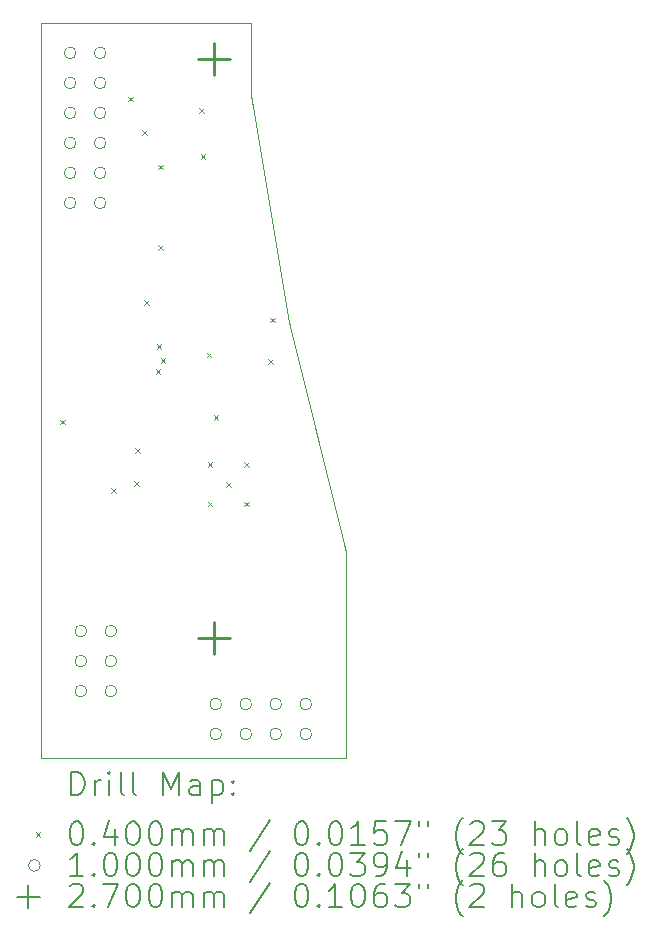
<source format=gbr>
%TF.GenerationSoftware,KiCad,Pcbnew,8.0.6*%
%TF.CreationDate,2025-02-12T14:43:38-05:00*%
%TF.ProjectId,PwrModule,5077724d-6f64-4756-9c65-2e6b69636164,rev?*%
%TF.SameCoordinates,Original*%
%TF.FileFunction,Drillmap*%
%TF.FilePolarity,Positive*%
%FSLAX45Y45*%
G04 Gerber Fmt 4.5, Leading zero omitted, Abs format (unit mm)*
G04 Created by KiCad (PCBNEW 8.0.6) date 2025-02-12 14:43:38*
%MOMM*%
%LPD*%
G01*
G04 APERTURE LIST*
%ADD10C,0.100000*%
%ADD11C,0.200000*%
%ADD12C,0.270000*%
G04 APERTURE END LIST*
D10*
X10160000Y-10267500D02*
X10157500Y-4040000D01*
X11937500Y-4042500D02*
X11937500Y-4657500D01*
X11937500Y-4042500D02*
X10157500Y-4040000D01*
X12745000Y-8522500D02*
X12742500Y-10267500D01*
X11937500Y-4657500D02*
X12255000Y-6572500D01*
X12255000Y-6572500D02*
X12745000Y-8522500D01*
X12742500Y-10267500D02*
X10160000Y-10267500D01*
D11*
D10*
X10322500Y-7403000D02*
X10362500Y-7443000D01*
X10362500Y-7403000D02*
X10322500Y-7443000D01*
X10755000Y-7980000D02*
X10795000Y-8020000D01*
X10795000Y-7980000D02*
X10755000Y-8020000D01*
X10897000Y-4667000D02*
X10937000Y-4707000D01*
X10937000Y-4667000D02*
X10897000Y-4707000D01*
X10945000Y-7925000D02*
X10985000Y-7965000D01*
X10985000Y-7925000D02*
X10945000Y-7965000D01*
X10954000Y-7645000D02*
X10994000Y-7685000D01*
X10994000Y-7645000D02*
X10954000Y-7685000D01*
X11013000Y-4954000D02*
X11053000Y-4994000D01*
X11053000Y-4954000D02*
X11013000Y-4994000D01*
X11029000Y-6388000D02*
X11069000Y-6428000D01*
X11069000Y-6388000D02*
X11029000Y-6428000D01*
X11129000Y-6973000D02*
X11169000Y-7013000D01*
X11169000Y-6973000D02*
X11129000Y-7013000D01*
X11137000Y-6765000D02*
X11177000Y-6805000D01*
X11177000Y-6765000D02*
X11137000Y-6805000D01*
X11148000Y-5243000D02*
X11188000Y-5283000D01*
X11188000Y-5243000D02*
X11148000Y-5283000D01*
X11152000Y-5925000D02*
X11192000Y-5965000D01*
X11192000Y-5925000D02*
X11152000Y-5965000D01*
X11172000Y-6882717D02*
X11212000Y-6922717D01*
X11212000Y-6882717D02*
X11172000Y-6922717D01*
X11498000Y-4766000D02*
X11538000Y-4806000D01*
X11538000Y-4766000D02*
X11498000Y-4806000D01*
X11509000Y-5154000D02*
X11549000Y-5194000D01*
X11549000Y-5154000D02*
X11509000Y-5194000D01*
X11561000Y-6834000D02*
X11601000Y-6874000D01*
X11601000Y-6834000D02*
X11561000Y-6874000D01*
X11570500Y-7761500D02*
X11610500Y-7801500D01*
X11610500Y-7761500D02*
X11570500Y-7801500D01*
X11570500Y-8096500D02*
X11610500Y-8136500D01*
X11610500Y-8096500D02*
X11570500Y-8136500D01*
X11620000Y-7365000D02*
X11660000Y-7405000D01*
X11660000Y-7365000D02*
X11620000Y-7405000D01*
X11723000Y-7929000D02*
X11763000Y-7969000D01*
X11763000Y-7929000D02*
X11723000Y-7969000D01*
X11875500Y-7761500D02*
X11915500Y-7801500D01*
X11915500Y-7761500D02*
X11875500Y-7801500D01*
X11875500Y-8096500D02*
X11915500Y-8136500D01*
X11915500Y-8096500D02*
X11875500Y-8136500D01*
X12080000Y-6890000D02*
X12120000Y-6930000D01*
X12120000Y-6890000D02*
X12080000Y-6930000D01*
X12097000Y-6539000D02*
X12137000Y-6579000D01*
X12137000Y-6539000D02*
X12097000Y-6579000D01*
X10455000Y-4297500D02*
G75*
G02*
X10355000Y-4297500I-50000J0D01*
G01*
X10355000Y-4297500D02*
G75*
G02*
X10455000Y-4297500I50000J0D01*
G01*
X10455000Y-4551500D02*
G75*
G02*
X10355000Y-4551500I-50000J0D01*
G01*
X10355000Y-4551500D02*
G75*
G02*
X10455000Y-4551500I50000J0D01*
G01*
X10455000Y-4805500D02*
G75*
G02*
X10355000Y-4805500I-50000J0D01*
G01*
X10355000Y-4805500D02*
G75*
G02*
X10455000Y-4805500I50000J0D01*
G01*
X10455000Y-5059500D02*
G75*
G02*
X10355000Y-5059500I-50000J0D01*
G01*
X10355000Y-5059500D02*
G75*
G02*
X10455000Y-5059500I50000J0D01*
G01*
X10455000Y-5313500D02*
G75*
G02*
X10355000Y-5313500I-50000J0D01*
G01*
X10355000Y-5313500D02*
G75*
G02*
X10455000Y-5313500I50000J0D01*
G01*
X10455000Y-5567500D02*
G75*
G02*
X10355000Y-5567500I-50000J0D01*
G01*
X10355000Y-5567500D02*
G75*
G02*
X10455000Y-5567500I50000J0D01*
G01*
X10546000Y-9192000D02*
G75*
G02*
X10446000Y-9192000I-50000J0D01*
G01*
X10446000Y-9192000D02*
G75*
G02*
X10546000Y-9192000I50000J0D01*
G01*
X10546000Y-9446000D02*
G75*
G02*
X10446000Y-9446000I-50000J0D01*
G01*
X10446000Y-9446000D02*
G75*
G02*
X10546000Y-9446000I50000J0D01*
G01*
X10546000Y-9700000D02*
G75*
G02*
X10446000Y-9700000I-50000J0D01*
G01*
X10446000Y-9700000D02*
G75*
G02*
X10546000Y-9700000I50000J0D01*
G01*
X10709000Y-4297500D02*
G75*
G02*
X10609000Y-4297500I-50000J0D01*
G01*
X10609000Y-4297500D02*
G75*
G02*
X10709000Y-4297500I50000J0D01*
G01*
X10709000Y-4551500D02*
G75*
G02*
X10609000Y-4551500I-50000J0D01*
G01*
X10609000Y-4551500D02*
G75*
G02*
X10709000Y-4551500I50000J0D01*
G01*
X10709000Y-4805500D02*
G75*
G02*
X10609000Y-4805500I-50000J0D01*
G01*
X10609000Y-4805500D02*
G75*
G02*
X10709000Y-4805500I50000J0D01*
G01*
X10709000Y-5059500D02*
G75*
G02*
X10609000Y-5059500I-50000J0D01*
G01*
X10609000Y-5059500D02*
G75*
G02*
X10709000Y-5059500I50000J0D01*
G01*
X10709000Y-5313500D02*
G75*
G02*
X10609000Y-5313500I-50000J0D01*
G01*
X10609000Y-5313500D02*
G75*
G02*
X10709000Y-5313500I50000J0D01*
G01*
X10709000Y-5567500D02*
G75*
G02*
X10609000Y-5567500I-50000J0D01*
G01*
X10609000Y-5567500D02*
G75*
G02*
X10709000Y-5567500I50000J0D01*
G01*
X10800000Y-9192000D02*
G75*
G02*
X10700000Y-9192000I-50000J0D01*
G01*
X10700000Y-9192000D02*
G75*
G02*
X10800000Y-9192000I50000J0D01*
G01*
X10800000Y-9446000D02*
G75*
G02*
X10700000Y-9446000I-50000J0D01*
G01*
X10700000Y-9446000D02*
G75*
G02*
X10800000Y-9446000I50000J0D01*
G01*
X10800000Y-9700000D02*
G75*
G02*
X10700000Y-9700000I-50000J0D01*
G01*
X10700000Y-9700000D02*
G75*
G02*
X10800000Y-9700000I50000J0D01*
G01*
X11688000Y-9810000D02*
G75*
G02*
X11588000Y-9810000I-50000J0D01*
G01*
X11588000Y-9810000D02*
G75*
G02*
X11688000Y-9810000I50000J0D01*
G01*
X11688000Y-10064000D02*
G75*
G02*
X11588000Y-10064000I-50000J0D01*
G01*
X11588000Y-10064000D02*
G75*
G02*
X11688000Y-10064000I50000J0D01*
G01*
X11942000Y-9810000D02*
G75*
G02*
X11842000Y-9810000I-50000J0D01*
G01*
X11842000Y-9810000D02*
G75*
G02*
X11942000Y-9810000I50000J0D01*
G01*
X11942000Y-10064000D02*
G75*
G02*
X11842000Y-10064000I-50000J0D01*
G01*
X11842000Y-10064000D02*
G75*
G02*
X11942000Y-10064000I50000J0D01*
G01*
X12196000Y-9810000D02*
G75*
G02*
X12096000Y-9810000I-50000J0D01*
G01*
X12096000Y-9810000D02*
G75*
G02*
X12196000Y-9810000I50000J0D01*
G01*
X12196000Y-10064000D02*
G75*
G02*
X12096000Y-10064000I-50000J0D01*
G01*
X12096000Y-10064000D02*
G75*
G02*
X12196000Y-10064000I50000J0D01*
G01*
X12450000Y-9810000D02*
G75*
G02*
X12350000Y-9810000I-50000J0D01*
G01*
X12350000Y-9810000D02*
G75*
G02*
X12450000Y-9810000I50000J0D01*
G01*
X12450000Y-10064000D02*
G75*
G02*
X12350000Y-10064000I-50000J0D01*
G01*
X12350000Y-10064000D02*
G75*
G02*
X12450000Y-10064000I50000J0D01*
G01*
D12*
X11620000Y-4213000D02*
X11620000Y-4483000D01*
X11485000Y-4348000D02*
X11755000Y-4348000D01*
X11620000Y-9113000D02*
X11620000Y-9383000D01*
X11485000Y-9248000D02*
X11755000Y-9248000D01*
D11*
X10413277Y-10583984D02*
X10413277Y-10383984D01*
X10413277Y-10383984D02*
X10460896Y-10383984D01*
X10460896Y-10383984D02*
X10489467Y-10393508D01*
X10489467Y-10393508D02*
X10508515Y-10412555D01*
X10508515Y-10412555D02*
X10518039Y-10431603D01*
X10518039Y-10431603D02*
X10527563Y-10469698D01*
X10527563Y-10469698D02*
X10527563Y-10498270D01*
X10527563Y-10498270D02*
X10518039Y-10536365D01*
X10518039Y-10536365D02*
X10508515Y-10555412D01*
X10508515Y-10555412D02*
X10489467Y-10574460D01*
X10489467Y-10574460D02*
X10460896Y-10583984D01*
X10460896Y-10583984D02*
X10413277Y-10583984D01*
X10613277Y-10583984D02*
X10613277Y-10450650D01*
X10613277Y-10488746D02*
X10622801Y-10469698D01*
X10622801Y-10469698D02*
X10632324Y-10460174D01*
X10632324Y-10460174D02*
X10651372Y-10450650D01*
X10651372Y-10450650D02*
X10670420Y-10450650D01*
X10737086Y-10583984D02*
X10737086Y-10450650D01*
X10737086Y-10383984D02*
X10727563Y-10393508D01*
X10727563Y-10393508D02*
X10737086Y-10403031D01*
X10737086Y-10403031D02*
X10746610Y-10393508D01*
X10746610Y-10393508D02*
X10737086Y-10383984D01*
X10737086Y-10383984D02*
X10737086Y-10403031D01*
X10860896Y-10583984D02*
X10841848Y-10574460D01*
X10841848Y-10574460D02*
X10832324Y-10555412D01*
X10832324Y-10555412D02*
X10832324Y-10383984D01*
X10965658Y-10583984D02*
X10946610Y-10574460D01*
X10946610Y-10574460D02*
X10937086Y-10555412D01*
X10937086Y-10555412D02*
X10937086Y-10383984D01*
X11194229Y-10583984D02*
X11194229Y-10383984D01*
X11194229Y-10383984D02*
X11260896Y-10526841D01*
X11260896Y-10526841D02*
X11327562Y-10383984D01*
X11327562Y-10383984D02*
X11327562Y-10583984D01*
X11508515Y-10583984D02*
X11508515Y-10479222D01*
X11508515Y-10479222D02*
X11498991Y-10460174D01*
X11498991Y-10460174D02*
X11479943Y-10450650D01*
X11479943Y-10450650D02*
X11441848Y-10450650D01*
X11441848Y-10450650D02*
X11422801Y-10460174D01*
X11508515Y-10574460D02*
X11489467Y-10583984D01*
X11489467Y-10583984D02*
X11441848Y-10583984D01*
X11441848Y-10583984D02*
X11422801Y-10574460D01*
X11422801Y-10574460D02*
X11413277Y-10555412D01*
X11413277Y-10555412D02*
X11413277Y-10536365D01*
X11413277Y-10536365D02*
X11422801Y-10517317D01*
X11422801Y-10517317D02*
X11441848Y-10507793D01*
X11441848Y-10507793D02*
X11489467Y-10507793D01*
X11489467Y-10507793D02*
X11508515Y-10498270D01*
X11603753Y-10450650D02*
X11603753Y-10650650D01*
X11603753Y-10460174D02*
X11622801Y-10450650D01*
X11622801Y-10450650D02*
X11660896Y-10450650D01*
X11660896Y-10450650D02*
X11679943Y-10460174D01*
X11679943Y-10460174D02*
X11689467Y-10469698D01*
X11689467Y-10469698D02*
X11698991Y-10488746D01*
X11698991Y-10488746D02*
X11698991Y-10545889D01*
X11698991Y-10545889D02*
X11689467Y-10564936D01*
X11689467Y-10564936D02*
X11679943Y-10574460D01*
X11679943Y-10574460D02*
X11660896Y-10583984D01*
X11660896Y-10583984D02*
X11622801Y-10583984D01*
X11622801Y-10583984D02*
X11603753Y-10574460D01*
X11784705Y-10564936D02*
X11794229Y-10574460D01*
X11794229Y-10574460D02*
X11784705Y-10583984D01*
X11784705Y-10583984D02*
X11775182Y-10574460D01*
X11775182Y-10574460D02*
X11784705Y-10564936D01*
X11784705Y-10564936D02*
X11784705Y-10583984D01*
X11784705Y-10460174D02*
X11794229Y-10469698D01*
X11794229Y-10469698D02*
X11784705Y-10479222D01*
X11784705Y-10479222D02*
X11775182Y-10469698D01*
X11775182Y-10469698D02*
X11784705Y-10460174D01*
X11784705Y-10460174D02*
X11784705Y-10479222D01*
D10*
X10112500Y-10892500D02*
X10152500Y-10932500D01*
X10152500Y-10892500D02*
X10112500Y-10932500D01*
D11*
X10451372Y-10803984D02*
X10470420Y-10803984D01*
X10470420Y-10803984D02*
X10489467Y-10813508D01*
X10489467Y-10813508D02*
X10498991Y-10823031D01*
X10498991Y-10823031D02*
X10508515Y-10842079D01*
X10508515Y-10842079D02*
X10518039Y-10880174D01*
X10518039Y-10880174D02*
X10518039Y-10927793D01*
X10518039Y-10927793D02*
X10508515Y-10965889D01*
X10508515Y-10965889D02*
X10498991Y-10984936D01*
X10498991Y-10984936D02*
X10489467Y-10994460D01*
X10489467Y-10994460D02*
X10470420Y-11003984D01*
X10470420Y-11003984D02*
X10451372Y-11003984D01*
X10451372Y-11003984D02*
X10432324Y-10994460D01*
X10432324Y-10994460D02*
X10422801Y-10984936D01*
X10422801Y-10984936D02*
X10413277Y-10965889D01*
X10413277Y-10965889D02*
X10403753Y-10927793D01*
X10403753Y-10927793D02*
X10403753Y-10880174D01*
X10403753Y-10880174D02*
X10413277Y-10842079D01*
X10413277Y-10842079D02*
X10422801Y-10823031D01*
X10422801Y-10823031D02*
X10432324Y-10813508D01*
X10432324Y-10813508D02*
X10451372Y-10803984D01*
X10603753Y-10984936D02*
X10613277Y-10994460D01*
X10613277Y-10994460D02*
X10603753Y-11003984D01*
X10603753Y-11003984D02*
X10594229Y-10994460D01*
X10594229Y-10994460D02*
X10603753Y-10984936D01*
X10603753Y-10984936D02*
X10603753Y-11003984D01*
X10784705Y-10870650D02*
X10784705Y-11003984D01*
X10737086Y-10794460D02*
X10689467Y-10937317D01*
X10689467Y-10937317D02*
X10813277Y-10937317D01*
X10927563Y-10803984D02*
X10946610Y-10803984D01*
X10946610Y-10803984D02*
X10965658Y-10813508D01*
X10965658Y-10813508D02*
X10975182Y-10823031D01*
X10975182Y-10823031D02*
X10984705Y-10842079D01*
X10984705Y-10842079D02*
X10994229Y-10880174D01*
X10994229Y-10880174D02*
X10994229Y-10927793D01*
X10994229Y-10927793D02*
X10984705Y-10965889D01*
X10984705Y-10965889D02*
X10975182Y-10984936D01*
X10975182Y-10984936D02*
X10965658Y-10994460D01*
X10965658Y-10994460D02*
X10946610Y-11003984D01*
X10946610Y-11003984D02*
X10927563Y-11003984D01*
X10927563Y-11003984D02*
X10908515Y-10994460D01*
X10908515Y-10994460D02*
X10898991Y-10984936D01*
X10898991Y-10984936D02*
X10889467Y-10965889D01*
X10889467Y-10965889D02*
X10879944Y-10927793D01*
X10879944Y-10927793D02*
X10879944Y-10880174D01*
X10879944Y-10880174D02*
X10889467Y-10842079D01*
X10889467Y-10842079D02*
X10898991Y-10823031D01*
X10898991Y-10823031D02*
X10908515Y-10813508D01*
X10908515Y-10813508D02*
X10927563Y-10803984D01*
X11118039Y-10803984D02*
X11137086Y-10803984D01*
X11137086Y-10803984D02*
X11156134Y-10813508D01*
X11156134Y-10813508D02*
X11165658Y-10823031D01*
X11165658Y-10823031D02*
X11175182Y-10842079D01*
X11175182Y-10842079D02*
X11184705Y-10880174D01*
X11184705Y-10880174D02*
X11184705Y-10927793D01*
X11184705Y-10927793D02*
X11175182Y-10965889D01*
X11175182Y-10965889D02*
X11165658Y-10984936D01*
X11165658Y-10984936D02*
X11156134Y-10994460D01*
X11156134Y-10994460D02*
X11137086Y-11003984D01*
X11137086Y-11003984D02*
X11118039Y-11003984D01*
X11118039Y-11003984D02*
X11098991Y-10994460D01*
X11098991Y-10994460D02*
X11089467Y-10984936D01*
X11089467Y-10984936D02*
X11079944Y-10965889D01*
X11079944Y-10965889D02*
X11070420Y-10927793D01*
X11070420Y-10927793D02*
X11070420Y-10880174D01*
X11070420Y-10880174D02*
X11079944Y-10842079D01*
X11079944Y-10842079D02*
X11089467Y-10823031D01*
X11089467Y-10823031D02*
X11098991Y-10813508D01*
X11098991Y-10813508D02*
X11118039Y-10803984D01*
X11270420Y-11003984D02*
X11270420Y-10870650D01*
X11270420Y-10889698D02*
X11279943Y-10880174D01*
X11279943Y-10880174D02*
X11298991Y-10870650D01*
X11298991Y-10870650D02*
X11327563Y-10870650D01*
X11327563Y-10870650D02*
X11346610Y-10880174D01*
X11346610Y-10880174D02*
X11356134Y-10899222D01*
X11356134Y-10899222D02*
X11356134Y-11003984D01*
X11356134Y-10899222D02*
X11365658Y-10880174D01*
X11365658Y-10880174D02*
X11384705Y-10870650D01*
X11384705Y-10870650D02*
X11413277Y-10870650D01*
X11413277Y-10870650D02*
X11432324Y-10880174D01*
X11432324Y-10880174D02*
X11441848Y-10899222D01*
X11441848Y-10899222D02*
X11441848Y-11003984D01*
X11537086Y-11003984D02*
X11537086Y-10870650D01*
X11537086Y-10889698D02*
X11546610Y-10880174D01*
X11546610Y-10880174D02*
X11565658Y-10870650D01*
X11565658Y-10870650D02*
X11594229Y-10870650D01*
X11594229Y-10870650D02*
X11613277Y-10880174D01*
X11613277Y-10880174D02*
X11622801Y-10899222D01*
X11622801Y-10899222D02*
X11622801Y-11003984D01*
X11622801Y-10899222D02*
X11632324Y-10880174D01*
X11632324Y-10880174D02*
X11651372Y-10870650D01*
X11651372Y-10870650D02*
X11679943Y-10870650D01*
X11679943Y-10870650D02*
X11698991Y-10880174D01*
X11698991Y-10880174D02*
X11708515Y-10899222D01*
X11708515Y-10899222D02*
X11708515Y-11003984D01*
X12098991Y-10794460D02*
X11927563Y-11051603D01*
X12356134Y-10803984D02*
X12375182Y-10803984D01*
X12375182Y-10803984D02*
X12394229Y-10813508D01*
X12394229Y-10813508D02*
X12403753Y-10823031D01*
X12403753Y-10823031D02*
X12413277Y-10842079D01*
X12413277Y-10842079D02*
X12422801Y-10880174D01*
X12422801Y-10880174D02*
X12422801Y-10927793D01*
X12422801Y-10927793D02*
X12413277Y-10965889D01*
X12413277Y-10965889D02*
X12403753Y-10984936D01*
X12403753Y-10984936D02*
X12394229Y-10994460D01*
X12394229Y-10994460D02*
X12375182Y-11003984D01*
X12375182Y-11003984D02*
X12356134Y-11003984D01*
X12356134Y-11003984D02*
X12337086Y-10994460D01*
X12337086Y-10994460D02*
X12327563Y-10984936D01*
X12327563Y-10984936D02*
X12318039Y-10965889D01*
X12318039Y-10965889D02*
X12308515Y-10927793D01*
X12308515Y-10927793D02*
X12308515Y-10880174D01*
X12308515Y-10880174D02*
X12318039Y-10842079D01*
X12318039Y-10842079D02*
X12327563Y-10823031D01*
X12327563Y-10823031D02*
X12337086Y-10813508D01*
X12337086Y-10813508D02*
X12356134Y-10803984D01*
X12508515Y-10984936D02*
X12518039Y-10994460D01*
X12518039Y-10994460D02*
X12508515Y-11003984D01*
X12508515Y-11003984D02*
X12498991Y-10994460D01*
X12498991Y-10994460D02*
X12508515Y-10984936D01*
X12508515Y-10984936D02*
X12508515Y-11003984D01*
X12641848Y-10803984D02*
X12660896Y-10803984D01*
X12660896Y-10803984D02*
X12679944Y-10813508D01*
X12679944Y-10813508D02*
X12689467Y-10823031D01*
X12689467Y-10823031D02*
X12698991Y-10842079D01*
X12698991Y-10842079D02*
X12708515Y-10880174D01*
X12708515Y-10880174D02*
X12708515Y-10927793D01*
X12708515Y-10927793D02*
X12698991Y-10965889D01*
X12698991Y-10965889D02*
X12689467Y-10984936D01*
X12689467Y-10984936D02*
X12679944Y-10994460D01*
X12679944Y-10994460D02*
X12660896Y-11003984D01*
X12660896Y-11003984D02*
X12641848Y-11003984D01*
X12641848Y-11003984D02*
X12622801Y-10994460D01*
X12622801Y-10994460D02*
X12613277Y-10984936D01*
X12613277Y-10984936D02*
X12603753Y-10965889D01*
X12603753Y-10965889D02*
X12594229Y-10927793D01*
X12594229Y-10927793D02*
X12594229Y-10880174D01*
X12594229Y-10880174D02*
X12603753Y-10842079D01*
X12603753Y-10842079D02*
X12613277Y-10823031D01*
X12613277Y-10823031D02*
X12622801Y-10813508D01*
X12622801Y-10813508D02*
X12641848Y-10803984D01*
X12898991Y-11003984D02*
X12784706Y-11003984D01*
X12841848Y-11003984D02*
X12841848Y-10803984D01*
X12841848Y-10803984D02*
X12822801Y-10832555D01*
X12822801Y-10832555D02*
X12803753Y-10851603D01*
X12803753Y-10851603D02*
X12784706Y-10861127D01*
X13079944Y-10803984D02*
X12984706Y-10803984D01*
X12984706Y-10803984D02*
X12975182Y-10899222D01*
X12975182Y-10899222D02*
X12984706Y-10889698D01*
X12984706Y-10889698D02*
X13003753Y-10880174D01*
X13003753Y-10880174D02*
X13051372Y-10880174D01*
X13051372Y-10880174D02*
X13070420Y-10889698D01*
X13070420Y-10889698D02*
X13079944Y-10899222D01*
X13079944Y-10899222D02*
X13089467Y-10918270D01*
X13089467Y-10918270D02*
X13089467Y-10965889D01*
X13089467Y-10965889D02*
X13079944Y-10984936D01*
X13079944Y-10984936D02*
X13070420Y-10994460D01*
X13070420Y-10994460D02*
X13051372Y-11003984D01*
X13051372Y-11003984D02*
X13003753Y-11003984D01*
X13003753Y-11003984D02*
X12984706Y-10994460D01*
X12984706Y-10994460D02*
X12975182Y-10984936D01*
X13156134Y-10803984D02*
X13289467Y-10803984D01*
X13289467Y-10803984D02*
X13203753Y-11003984D01*
X13356134Y-10803984D02*
X13356134Y-10842079D01*
X13432325Y-10803984D02*
X13432325Y-10842079D01*
X13727563Y-11080174D02*
X13718039Y-11070650D01*
X13718039Y-11070650D02*
X13698991Y-11042079D01*
X13698991Y-11042079D02*
X13689468Y-11023031D01*
X13689468Y-11023031D02*
X13679944Y-10994460D01*
X13679944Y-10994460D02*
X13670420Y-10946841D01*
X13670420Y-10946841D02*
X13670420Y-10908746D01*
X13670420Y-10908746D02*
X13679944Y-10861127D01*
X13679944Y-10861127D02*
X13689468Y-10832555D01*
X13689468Y-10832555D02*
X13698991Y-10813508D01*
X13698991Y-10813508D02*
X13718039Y-10784936D01*
X13718039Y-10784936D02*
X13727563Y-10775412D01*
X13794229Y-10823031D02*
X13803753Y-10813508D01*
X13803753Y-10813508D02*
X13822801Y-10803984D01*
X13822801Y-10803984D02*
X13870420Y-10803984D01*
X13870420Y-10803984D02*
X13889468Y-10813508D01*
X13889468Y-10813508D02*
X13898991Y-10823031D01*
X13898991Y-10823031D02*
X13908515Y-10842079D01*
X13908515Y-10842079D02*
X13908515Y-10861127D01*
X13908515Y-10861127D02*
X13898991Y-10889698D01*
X13898991Y-10889698D02*
X13784706Y-11003984D01*
X13784706Y-11003984D02*
X13908515Y-11003984D01*
X13975182Y-10803984D02*
X14098991Y-10803984D01*
X14098991Y-10803984D02*
X14032325Y-10880174D01*
X14032325Y-10880174D02*
X14060896Y-10880174D01*
X14060896Y-10880174D02*
X14079944Y-10889698D01*
X14079944Y-10889698D02*
X14089468Y-10899222D01*
X14089468Y-10899222D02*
X14098991Y-10918270D01*
X14098991Y-10918270D02*
X14098991Y-10965889D01*
X14098991Y-10965889D02*
X14089468Y-10984936D01*
X14089468Y-10984936D02*
X14079944Y-10994460D01*
X14079944Y-10994460D02*
X14060896Y-11003984D01*
X14060896Y-11003984D02*
X14003753Y-11003984D01*
X14003753Y-11003984D02*
X13984706Y-10994460D01*
X13984706Y-10994460D02*
X13975182Y-10984936D01*
X14337087Y-11003984D02*
X14337087Y-10803984D01*
X14422801Y-11003984D02*
X14422801Y-10899222D01*
X14422801Y-10899222D02*
X14413277Y-10880174D01*
X14413277Y-10880174D02*
X14394230Y-10870650D01*
X14394230Y-10870650D02*
X14365658Y-10870650D01*
X14365658Y-10870650D02*
X14346610Y-10880174D01*
X14346610Y-10880174D02*
X14337087Y-10889698D01*
X14546610Y-11003984D02*
X14527563Y-10994460D01*
X14527563Y-10994460D02*
X14518039Y-10984936D01*
X14518039Y-10984936D02*
X14508515Y-10965889D01*
X14508515Y-10965889D02*
X14508515Y-10908746D01*
X14508515Y-10908746D02*
X14518039Y-10889698D01*
X14518039Y-10889698D02*
X14527563Y-10880174D01*
X14527563Y-10880174D02*
X14546610Y-10870650D01*
X14546610Y-10870650D02*
X14575182Y-10870650D01*
X14575182Y-10870650D02*
X14594230Y-10880174D01*
X14594230Y-10880174D02*
X14603753Y-10889698D01*
X14603753Y-10889698D02*
X14613277Y-10908746D01*
X14613277Y-10908746D02*
X14613277Y-10965889D01*
X14613277Y-10965889D02*
X14603753Y-10984936D01*
X14603753Y-10984936D02*
X14594230Y-10994460D01*
X14594230Y-10994460D02*
X14575182Y-11003984D01*
X14575182Y-11003984D02*
X14546610Y-11003984D01*
X14727563Y-11003984D02*
X14708515Y-10994460D01*
X14708515Y-10994460D02*
X14698991Y-10975412D01*
X14698991Y-10975412D02*
X14698991Y-10803984D01*
X14879944Y-10994460D02*
X14860896Y-11003984D01*
X14860896Y-11003984D02*
X14822801Y-11003984D01*
X14822801Y-11003984D02*
X14803753Y-10994460D01*
X14803753Y-10994460D02*
X14794230Y-10975412D01*
X14794230Y-10975412D02*
X14794230Y-10899222D01*
X14794230Y-10899222D02*
X14803753Y-10880174D01*
X14803753Y-10880174D02*
X14822801Y-10870650D01*
X14822801Y-10870650D02*
X14860896Y-10870650D01*
X14860896Y-10870650D02*
X14879944Y-10880174D01*
X14879944Y-10880174D02*
X14889468Y-10899222D01*
X14889468Y-10899222D02*
X14889468Y-10918270D01*
X14889468Y-10918270D02*
X14794230Y-10937317D01*
X14965658Y-10994460D02*
X14984706Y-11003984D01*
X14984706Y-11003984D02*
X15022801Y-11003984D01*
X15022801Y-11003984D02*
X15041849Y-10994460D01*
X15041849Y-10994460D02*
X15051372Y-10975412D01*
X15051372Y-10975412D02*
X15051372Y-10965889D01*
X15051372Y-10965889D02*
X15041849Y-10946841D01*
X15041849Y-10946841D02*
X15022801Y-10937317D01*
X15022801Y-10937317D02*
X14994230Y-10937317D01*
X14994230Y-10937317D02*
X14975182Y-10927793D01*
X14975182Y-10927793D02*
X14965658Y-10908746D01*
X14965658Y-10908746D02*
X14965658Y-10899222D01*
X14965658Y-10899222D02*
X14975182Y-10880174D01*
X14975182Y-10880174D02*
X14994230Y-10870650D01*
X14994230Y-10870650D02*
X15022801Y-10870650D01*
X15022801Y-10870650D02*
X15041849Y-10880174D01*
X15118039Y-11080174D02*
X15127563Y-11070650D01*
X15127563Y-11070650D02*
X15146611Y-11042079D01*
X15146611Y-11042079D02*
X15156134Y-11023031D01*
X15156134Y-11023031D02*
X15165658Y-10994460D01*
X15165658Y-10994460D02*
X15175182Y-10946841D01*
X15175182Y-10946841D02*
X15175182Y-10908746D01*
X15175182Y-10908746D02*
X15165658Y-10861127D01*
X15165658Y-10861127D02*
X15156134Y-10832555D01*
X15156134Y-10832555D02*
X15146611Y-10813508D01*
X15146611Y-10813508D02*
X15127563Y-10784936D01*
X15127563Y-10784936D02*
X15118039Y-10775412D01*
D10*
X10152500Y-11176500D02*
G75*
G02*
X10052500Y-11176500I-50000J0D01*
G01*
X10052500Y-11176500D02*
G75*
G02*
X10152500Y-11176500I50000J0D01*
G01*
D11*
X10518039Y-11267984D02*
X10403753Y-11267984D01*
X10460896Y-11267984D02*
X10460896Y-11067984D01*
X10460896Y-11067984D02*
X10441848Y-11096555D01*
X10441848Y-11096555D02*
X10422801Y-11115603D01*
X10422801Y-11115603D02*
X10403753Y-11125127D01*
X10603753Y-11248936D02*
X10613277Y-11258460D01*
X10613277Y-11258460D02*
X10603753Y-11267984D01*
X10603753Y-11267984D02*
X10594229Y-11258460D01*
X10594229Y-11258460D02*
X10603753Y-11248936D01*
X10603753Y-11248936D02*
X10603753Y-11267984D01*
X10737086Y-11067984D02*
X10756134Y-11067984D01*
X10756134Y-11067984D02*
X10775182Y-11077508D01*
X10775182Y-11077508D02*
X10784705Y-11087031D01*
X10784705Y-11087031D02*
X10794229Y-11106079D01*
X10794229Y-11106079D02*
X10803753Y-11144174D01*
X10803753Y-11144174D02*
X10803753Y-11191793D01*
X10803753Y-11191793D02*
X10794229Y-11229888D01*
X10794229Y-11229888D02*
X10784705Y-11248936D01*
X10784705Y-11248936D02*
X10775182Y-11258460D01*
X10775182Y-11258460D02*
X10756134Y-11267984D01*
X10756134Y-11267984D02*
X10737086Y-11267984D01*
X10737086Y-11267984D02*
X10718039Y-11258460D01*
X10718039Y-11258460D02*
X10708515Y-11248936D01*
X10708515Y-11248936D02*
X10698991Y-11229888D01*
X10698991Y-11229888D02*
X10689467Y-11191793D01*
X10689467Y-11191793D02*
X10689467Y-11144174D01*
X10689467Y-11144174D02*
X10698991Y-11106079D01*
X10698991Y-11106079D02*
X10708515Y-11087031D01*
X10708515Y-11087031D02*
X10718039Y-11077508D01*
X10718039Y-11077508D02*
X10737086Y-11067984D01*
X10927563Y-11067984D02*
X10946610Y-11067984D01*
X10946610Y-11067984D02*
X10965658Y-11077508D01*
X10965658Y-11077508D02*
X10975182Y-11087031D01*
X10975182Y-11087031D02*
X10984705Y-11106079D01*
X10984705Y-11106079D02*
X10994229Y-11144174D01*
X10994229Y-11144174D02*
X10994229Y-11191793D01*
X10994229Y-11191793D02*
X10984705Y-11229888D01*
X10984705Y-11229888D02*
X10975182Y-11248936D01*
X10975182Y-11248936D02*
X10965658Y-11258460D01*
X10965658Y-11258460D02*
X10946610Y-11267984D01*
X10946610Y-11267984D02*
X10927563Y-11267984D01*
X10927563Y-11267984D02*
X10908515Y-11258460D01*
X10908515Y-11258460D02*
X10898991Y-11248936D01*
X10898991Y-11248936D02*
X10889467Y-11229888D01*
X10889467Y-11229888D02*
X10879944Y-11191793D01*
X10879944Y-11191793D02*
X10879944Y-11144174D01*
X10879944Y-11144174D02*
X10889467Y-11106079D01*
X10889467Y-11106079D02*
X10898991Y-11087031D01*
X10898991Y-11087031D02*
X10908515Y-11077508D01*
X10908515Y-11077508D02*
X10927563Y-11067984D01*
X11118039Y-11067984D02*
X11137086Y-11067984D01*
X11137086Y-11067984D02*
X11156134Y-11077508D01*
X11156134Y-11077508D02*
X11165658Y-11087031D01*
X11165658Y-11087031D02*
X11175182Y-11106079D01*
X11175182Y-11106079D02*
X11184705Y-11144174D01*
X11184705Y-11144174D02*
X11184705Y-11191793D01*
X11184705Y-11191793D02*
X11175182Y-11229888D01*
X11175182Y-11229888D02*
X11165658Y-11248936D01*
X11165658Y-11248936D02*
X11156134Y-11258460D01*
X11156134Y-11258460D02*
X11137086Y-11267984D01*
X11137086Y-11267984D02*
X11118039Y-11267984D01*
X11118039Y-11267984D02*
X11098991Y-11258460D01*
X11098991Y-11258460D02*
X11089467Y-11248936D01*
X11089467Y-11248936D02*
X11079944Y-11229888D01*
X11079944Y-11229888D02*
X11070420Y-11191793D01*
X11070420Y-11191793D02*
X11070420Y-11144174D01*
X11070420Y-11144174D02*
X11079944Y-11106079D01*
X11079944Y-11106079D02*
X11089467Y-11087031D01*
X11089467Y-11087031D02*
X11098991Y-11077508D01*
X11098991Y-11077508D02*
X11118039Y-11067984D01*
X11270420Y-11267984D02*
X11270420Y-11134650D01*
X11270420Y-11153698D02*
X11279943Y-11144174D01*
X11279943Y-11144174D02*
X11298991Y-11134650D01*
X11298991Y-11134650D02*
X11327563Y-11134650D01*
X11327563Y-11134650D02*
X11346610Y-11144174D01*
X11346610Y-11144174D02*
X11356134Y-11163222D01*
X11356134Y-11163222D02*
X11356134Y-11267984D01*
X11356134Y-11163222D02*
X11365658Y-11144174D01*
X11365658Y-11144174D02*
X11384705Y-11134650D01*
X11384705Y-11134650D02*
X11413277Y-11134650D01*
X11413277Y-11134650D02*
X11432324Y-11144174D01*
X11432324Y-11144174D02*
X11441848Y-11163222D01*
X11441848Y-11163222D02*
X11441848Y-11267984D01*
X11537086Y-11267984D02*
X11537086Y-11134650D01*
X11537086Y-11153698D02*
X11546610Y-11144174D01*
X11546610Y-11144174D02*
X11565658Y-11134650D01*
X11565658Y-11134650D02*
X11594229Y-11134650D01*
X11594229Y-11134650D02*
X11613277Y-11144174D01*
X11613277Y-11144174D02*
X11622801Y-11163222D01*
X11622801Y-11163222D02*
X11622801Y-11267984D01*
X11622801Y-11163222D02*
X11632324Y-11144174D01*
X11632324Y-11144174D02*
X11651372Y-11134650D01*
X11651372Y-11134650D02*
X11679943Y-11134650D01*
X11679943Y-11134650D02*
X11698991Y-11144174D01*
X11698991Y-11144174D02*
X11708515Y-11163222D01*
X11708515Y-11163222D02*
X11708515Y-11267984D01*
X12098991Y-11058460D02*
X11927563Y-11315603D01*
X12356134Y-11067984D02*
X12375182Y-11067984D01*
X12375182Y-11067984D02*
X12394229Y-11077508D01*
X12394229Y-11077508D02*
X12403753Y-11087031D01*
X12403753Y-11087031D02*
X12413277Y-11106079D01*
X12413277Y-11106079D02*
X12422801Y-11144174D01*
X12422801Y-11144174D02*
X12422801Y-11191793D01*
X12422801Y-11191793D02*
X12413277Y-11229888D01*
X12413277Y-11229888D02*
X12403753Y-11248936D01*
X12403753Y-11248936D02*
X12394229Y-11258460D01*
X12394229Y-11258460D02*
X12375182Y-11267984D01*
X12375182Y-11267984D02*
X12356134Y-11267984D01*
X12356134Y-11267984D02*
X12337086Y-11258460D01*
X12337086Y-11258460D02*
X12327563Y-11248936D01*
X12327563Y-11248936D02*
X12318039Y-11229888D01*
X12318039Y-11229888D02*
X12308515Y-11191793D01*
X12308515Y-11191793D02*
X12308515Y-11144174D01*
X12308515Y-11144174D02*
X12318039Y-11106079D01*
X12318039Y-11106079D02*
X12327563Y-11087031D01*
X12327563Y-11087031D02*
X12337086Y-11077508D01*
X12337086Y-11077508D02*
X12356134Y-11067984D01*
X12508515Y-11248936D02*
X12518039Y-11258460D01*
X12518039Y-11258460D02*
X12508515Y-11267984D01*
X12508515Y-11267984D02*
X12498991Y-11258460D01*
X12498991Y-11258460D02*
X12508515Y-11248936D01*
X12508515Y-11248936D02*
X12508515Y-11267984D01*
X12641848Y-11067984D02*
X12660896Y-11067984D01*
X12660896Y-11067984D02*
X12679944Y-11077508D01*
X12679944Y-11077508D02*
X12689467Y-11087031D01*
X12689467Y-11087031D02*
X12698991Y-11106079D01*
X12698991Y-11106079D02*
X12708515Y-11144174D01*
X12708515Y-11144174D02*
X12708515Y-11191793D01*
X12708515Y-11191793D02*
X12698991Y-11229888D01*
X12698991Y-11229888D02*
X12689467Y-11248936D01*
X12689467Y-11248936D02*
X12679944Y-11258460D01*
X12679944Y-11258460D02*
X12660896Y-11267984D01*
X12660896Y-11267984D02*
X12641848Y-11267984D01*
X12641848Y-11267984D02*
X12622801Y-11258460D01*
X12622801Y-11258460D02*
X12613277Y-11248936D01*
X12613277Y-11248936D02*
X12603753Y-11229888D01*
X12603753Y-11229888D02*
X12594229Y-11191793D01*
X12594229Y-11191793D02*
X12594229Y-11144174D01*
X12594229Y-11144174D02*
X12603753Y-11106079D01*
X12603753Y-11106079D02*
X12613277Y-11087031D01*
X12613277Y-11087031D02*
X12622801Y-11077508D01*
X12622801Y-11077508D02*
X12641848Y-11067984D01*
X12775182Y-11067984D02*
X12898991Y-11067984D01*
X12898991Y-11067984D02*
X12832325Y-11144174D01*
X12832325Y-11144174D02*
X12860896Y-11144174D01*
X12860896Y-11144174D02*
X12879944Y-11153698D01*
X12879944Y-11153698D02*
X12889467Y-11163222D01*
X12889467Y-11163222D02*
X12898991Y-11182270D01*
X12898991Y-11182270D02*
X12898991Y-11229888D01*
X12898991Y-11229888D02*
X12889467Y-11248936D01*
X12889467Y-11248936D02*
X12879944Y-11258460D01*
X12879944Y-11258460D02*
X12860896Y-11267984D01*
X12860896Y-11267984D02*
X12803753Y-11267984D01*
X12803753Y-11267984D02*
X12784706Y-11258460D01*
X12784706Y-11258460D02*
X12775182Y-11248936D01*
X12994229Y-11267984D02*
X13032325Y-11267984D01*
X13032325Y-11267984D02*
X13051372Y-11258460D01*
X13051372Y-11258460D02*
X13060896Y-11248936D01*
X13060896Y-11248936D02*
X13079944Y-11220365D01*
X13079944Y-11220365D02*
X13089467Y-11182270D01*
X13089467Y-11182270D02*
X13089467Y-11106079D01*
X13089467Y-11106079D02*
X13079944Y-11087031D01*
X13079944Y-11087031D02*
X13070420Y-11077508D01*
X13070420Y-11077508D02*
X13051372Y-11067984D01*
X13051372Y-11067984D02*
X13013277Y-11067984D01*
X13013277Y-11067984D02*
X12994229Y-11077508D01*
X12994229Y-11077508D02*
X12984706Y-11087031D01*
X12984706Y-11087031D02*
X12975182Y-11106079D01*
X12975182Y-11106079D02*
X12975182Y-11153698D01*
X12975182Y-11153698D02*
X12984706Y-11172746D01*
X12984706Y-11172746D02*
X12994229Y-11182270D01*
X12994229Y-11182270D02*
X13013277Y-11191793D01*
X13013277Y-11191793D02*
X13051372Y-11191793D01*
X13051372Y-11191793D02*
X13070420Y-11182270D01*
X13070420Y-11182270D02*
X13079944Y-11172746D01*
X13079944Y-11172746D02*
X13089467Y-11153698D01*
X13260896Y-11134650D02*
X13260896Y-11267984D01*
X13213277Y-11058460D02*
X13165658Y-11201317D01*
X13165658Y-11201317D02*
X13289467Y-11201317D01*
X13356134Y-11067984D02*
X13356134Y-11106079D01*
X13432325Y-11067984D02*
X13432325Y-11106079D01*
X13727563Y-11344174D02*
X13718039Y-11334650D01*
X13718039Y-11334650D02*
X13698991Y-11306079D01*
X13698991Y-11306079D02*
X13689468Y-11287031D01*
X13689468Y-11287031D02*
X13679944Y-11258460D01*
X13679944Y-11258460D02*
X13670420Y-11210841D01*
X13670420Y-11210841D02*
X13670420Y-11172746D01*
X13670420Y-11172746D02*
X13679944Y-11125127D01*
X13679944Y-11125127D02*
X13689468Y-11096555D01*
X13689468Y-11096555D02*
X13698991Y-11077508D01*
X13698991Y-11077508D02*
X13718039Y-11048936D01*
X13718039Y-11048936D02*
X13727563Y-11039412D01*
X13794229Y-11087031D02*
X13803753Y-11077508D01*
X13803753Y-11077508D02*
X13822801Y-11067984D01*
X13822801Y-11067984D02*
X13870420Y-11067984D01*
X13870420Y-11067984D02*
X13889468Y-11077508D01*
X13889468Y-11077508D02*
X13898991Y-11087031D01*
X13898991Y-11087031D02*
X13908515Y-11106079D01*
X13908515Y-11106079D02*
X13908515Y-11125127D01*
X13908515Y-11125127D02*
X13898991Y-11153698D01*
X13898991Y-11153698D02*
X13784706Y-11267984D01*
X13784706Y-11267984D02*
X13908515Y-11267984D01*
X14079944Y-11067984D02*
X14041848Y-11067984D01*
X14041848Y-11067984D02*
X14022801Y-11077508D01*
X14022801Y-11077508D02*
X14013277Y-11087031D01*
X14013277Y-11087031D02*
X13994229Y-11115603D01*
X13994229Y-11115603D02*
X13984706Y-11153698D01*
X13984706Y-11153698D02*
X13984706Y-11229888D01*
X13984706Y-11229888D02*
X13994229Y-11248936D01*
X13994229Y-11248936D02*
X14003753Y-11258460D01*
X14003753Y-11258460D02*
X14022801Y-11267984D01*
X14022801Y-11267984D02*
X14060896Y-11267984D01*
X14060896Y-11267984D02*
X14079944Y-11258460D01*
X14079944Y-11258460D02*
X14089468Y-11248936D01*
X14089468Y-11248936D02*
X14098991Y-11229888D01*
X14098991Y-11229888D02*
X14098991Y-11182270D01*
X14098991Y-11182270D02*
X14089468Y-11163222D01*
X14089468Y-11163222D02*
X14079944Y-11153698D01*
X14079944Y-11153698D02*
X14060896Y-11144174D01*
X14060896Y-11144174D02*
X14022801Y-11144174D01*
X14022801Y-11144174D02*
X14003753Y-11153698D01*
X14003753Y-11153698D02*
X13994229Y-11163222D01*
X13994229Y-11163222D02*
X13984706Y-11182270D01*
X14337087Y-11267984D02*
X14337087Y-11067984D01*
X14422801Y-11267984D02*
X14422801Y-11163222D01*
X14422801Y-11163222D02*
X14413277Y-11144174D01*
X14413277Y-11144174D02*
X14394230Y-11134650D01*
X14394230Y-11134650D02*
X14365658Y-11134650D01*
X14365658Y-11134650D02*
X14346610Y-11144174D01*
X14346610Y-11144174D02*
X14337087Y-11153698D01*
X14546610Y-11267984D02*
X14527563Y-11258460D01*
X14527563Y-11258460D02*
X14518039Y-11248936D01*
X14518039Y-11248936D02*
X14508515Y-11229888D01*
X14508515Y-11229888D02*
X14508515Y-11172746D01*
X14508515Y-11172746D02*
X14518039Y-11153698D01*
X14518039Y-11153698D02*
X14527563Y-11144174D01*
X14527563Y-11144174D02*
X14546610Y-11134650D01*
X14546610Y-11134650D02*
X14575182Y-11134650D01*
X14575182Y-11134650D02*
X14594230Y-11144174D01*
X14594230Y-11144174D02*
X14603753Y-11153698D01*
X14603753Y-11153698D02*
X14613277Y-11172746D01*
X14613277Y-11172746D02*
X14613277Y-11229888D01*
X14613277Y-11229888D02*
X14603753Y-11248936D01*
X14603753Y-11248936D02*
X14594230Y-11258460D01*
X14594230Y-11258460D02*
X14575182Y-11267984D01*
X14575182Y-11267984D02*
X14546610Y-11267984D01*
X14727563Y-11267984D02*
X14708515Y-11258460D01*
X14708515Y-11258460D02*
X14698991Y-11239412D01*
X14698991Y-11239412D02*
X14698991Y-11067984D01*
X14879944Y-11258460D02*
X14860896Y-11267984D01*
X14860896Y-11267984D02*
X14822801Y-11267984D01*
X14822801Y-11267984D02*
X14803753Y-11258460D01*
X14803753Y-11258460D02*
X14794230Y-11239412D01*
X14794230Y-11239412D02*
X14794230Y-11163222D01*
X14794230Y-11163222D02*
X14803753Y-11144174D01*
X14803753Y-11144174D02*
X14822801Y-11134650D01*
X14822801Y-11134650D02*
X14860896Y-11134650D01*
X14860896Y-11134650D02*
X14879944Y-11144174D01*
X14879944Y-11144174D02*
X14889468Y-11163222D01*
X14889468Y-11163222D02*
X14889468Y-11182270D01*
X14889468Y-11182270D02*
X14794230Y-11201317D01*
X14965658Y-11258460D02*
X14984706Y-11267984D01*
X14984706Y-11267984D02*
X15022801Y-11267984D01*
X15022801Y-11267984D02*
X15041849Y-11258460D01*
X15041849Y-11258460D02*
X15051372Y-11239412D01*
X15051372Y-11239412D02*
X15051372Y-11229888D01*
X15051372Y-11229888D02*
X15041849Y-11210841D01*
X15041849Y-11210841D02*
X15022801Y-11201317D01*
X15022801Y-11201317D02*
X14994230Y-11201317D01*
X14994230Y-11201317D02*
X14975182Y-11191793D01*
X14975182Y-11191793D02*
X14965658Y-11172746D01*
X14965658Y-11172746D02*
X14965658Y-11163222D01*
X14965658Y-11163222D02*
X14975182Y-11144174D01*
X14975182Y-11144174D02*
X14994230Y-11134650D01*
X14994230Y-11134650D02*
X15022801Y-11134650D01*
X15022801Y-11134650D02*
X15041849Y-11144174D01*
X15118039Y-11344174D02*
X15127563Y-11334650D01*
X15127563Y-11334650D02*
X15146611Y-11306079D01*
X15146611Y-11306079D02*
X15156134Y-11287031D01*
X15156134Y-11287031D02*
X15165658Y-11258460D01*
X15165658Y-11258460D02*
X15175182Y-11210841D01*
X15175182Y-11210841D02*
X15175182Y-11172746D01*
X15175182Y-11172746D02*
X15165658Y-11125127D01*
X15165658Y-11125127D02*
X15156134Y-11096555D01*
X15156134Y-11096555D02*
X15146611Y-11077508D01*
X15146611Y-11077508D02*
X15127563Y-11048936D01*
X15127563Y-11048936D02*
X15118039Y-11039412D01*
X10052500Y-11340500D02*
X10052500Y-11540500D01*
X9952500Y-11440500D02*
X10152500Y-11440500D01*
X10403753Y-11351031D02*
X10413277Y-11341508D01*
X10413277Y-11341508D02*
X10432324Y-11331984D01*
X10432324Y-11331984D02*
X10479944Y-11331984D01*
X10479944Y-11331984D02*
X10498991Y-11341508D01*
X10498991Y-11341508D02*
X10508515Y-11351031D01*
X10508515Y-11351031D02*
X10518039Y-11370079D01*
X10518039Y-11370079D02*
X10518039Y-11389127D01*
X10518039Y-11389127D02*
X10508515Y-11417698D01*
X10508515Y-11417698D02*
X10394229Y-11531984D01*
X10394229Y-11531984D02*
X10518039Y-11531984D01*
X10603753Y-11512936D02*
X10613277Y-11522460D01*
X10613277Y-11522460D02*
X10603753Y-11531984D01*
X10603753Y-11531984D02*
X10594229Y-11522460D01*
X10594229Y-11522460D02*
X10603753Y-11512936D01*
X10603753Y-11512936D02*
X10603753Y-11531984D01*
X10679944Y-11331984D02*
X10813277Y-11331984D01*
X10813277Y-11331984D02*
X10727563Y-11531984D01*
X10927563Y-11331984D02*
X10946610Y-11331984D01*
X10946610Y-11331984D02*
X10965658Y-11341508D01*
X10965658Y-11341508D02*
X10975182Y-11351031D01*
X10975182Y-11351031D02*
X10984705Y-11370079D01*
X10984705Y-11370079D02*
X10994229Y-11408174D01*
X10994229Y-11408174D02*
X10994229Y-11455793D01*
X10994229Y-11455793D02*
X10984705Y-11493888D01*
X10984705Y-11493888D02*
X10975182Y-11512936D01*
X10975182Y-11512936D02*
X10965658Y-11522460D01*
X10965658Y-11522460D02*
X10946610Y-11531984D01*
X10946610Y-11531984D02*
X10927563Y-11531984D01*
X10927563Y-11531984D02*
X10908515Y-11522460D01*
X10908515Y-11522460D02*
X10898991Y-11512936D01*
X10898991Y-11512936D02*
X10889467Y-11493888D01*
X10889467Y-11493888D02*
X10879944Y-11455793D01*
X10879944Y-11455793D02*
X10879944Y-11408174D01*
X10879944Y-11408174D02*
X10889467Y-11370079D01*
X10889467Y-11370079D02*
X10898991Y-11351031D01*
X10898991Y-11351031D02*
X10908515Y-11341508D01*
X10908515Y-11341508D02*
X10927563Y-11331984D01*
X11118039Y-11331984D02*
X11137086Y-11331984D01*
X11137086Y-11331984D02*
X11156134Y-11341508D01*
X11156134Y-11341508D02*
X11165658Y-11351031D01*
X11165658Y-11351031D02*
X11175182Y-11370079D01*
X11175182Y-11370079D02*
X11184705Y-11408174D01*
X11184705Y-11408174D02*
X11184705Y-11455793D01*
X11184705Y-11455793D02*
X11175182Y-11493888D01*
X11175182Y-11493888D02*
X11165658Y-11512936D01*
X11165658Y-11512936D02*
X11156134Y-11522460D01*
X11156134Y-11522460D02*
X11137086Y-11531984D01*
X11137086Y-11531984D02*
X11118039Y-11531984D01*
X11118039Y-11531984D02*
X11098991Y-11522460D01*
X11098991Y-11522460D02*
X11089467Y-11512936D01*
X11089467Y-11512936D02*
X11079944Y-11493888D01*
X11079944Y-11493888D02*
X11070420Y-11455793D01*
X11070420Y-11455793D02*
X11070420Y-11408174D01*
X11070420Y-11408174D02*
X11079944Y-11370079D01*
X11079944Y-11370079D02*
X11089467Y-11351031D01*
X11089467Y-11351031D02*
X11098991Y-11341508D01*
X11098991Y-11341508D02*
X11118039Y-11331984D01*
X11270420Y-11531984D02*
X11270420Y-11398650D01*
X11270420Y-11417698D02*
X11279943Y-11408174D01*
X11279943Y-11408174D02*
X11298991Y-11398650D01*
X11298991Y-11398650D02*
X11327563Y-11398650D01*
X11327563Y-11398650D02*
X11346610Y-11408174D01*
X11346610Y-11408174D02*
X11356134Y-11427222D01*
X11356134Y-11427222D02*
X11356134Y-11531984D01*
X11356134Y-11427222D02*
X11365658Y-11408174D01*
X11365658Y-11408174D02*
X11384705Y-11398650D01*
X11384705Y-11398650D02*
X11413277Y-11398650D01*
X11413277Y-11398650D02*
X11432324Y-11408174D01*
X11432324Y-11408174D02*
X11441848Y-11427222D01*
X11441848Y-11427222D02*
X11441848Y-11531984D01*
X11537086Y-11531984D02*
X11537086Y-11398650D01*
X11537086Y-11417698D02*
X11546610Y-11408174D01*
X11546610Y-11408174D02*
X11565658Y-11398650D01*
X11565658Y-11398650D02*
X11594229Y-11398650D01*
X11594229Y-11398650D02*
X11613277Y-11408174D01*
X11613277Y-11408174D02*
X11622801Y-11427222D01*
X11622801Y-11427222D02*
X11622801Y-11531984D01*
X11622801Y-11427222D02*
X11632324Y-11408174D01*
X11632324Y-11408174D02*
X11651372Y-11398650D01*
X11651372Y-11398650D02*
X11679943Y-11398650D01*
X11679943Y-11398650D02*
X11698991Y-11408174D01*
X11698991Y-11408174D02*
X11708515Y-11427222D01*
X11708515Y-11427222D02*
X11708515Y-11531984D01*
X12098991Y-11322460D02*
X11927563Y-11579603D01*
X12356134Y-11331984D02*
X12375182Y-11331984D01*
X12375182Y-11331984D02*
X12394229Y-11341508D01*
X12394229Y-11341508D02*
X12403753Y-11351031D01*
X12403753Y-11351031D02*
X12413277Y-11370079D01*
X12413277Y-11370079D02*
X12422801Y-11408174D01*
X12422801Y-11408174D02*
X12422801Y-11455793D01*
X12422801Y-11455793D02*
X12413277Y-11493888D01*
X12413277Y-11493888D02*
X12403753Y-11512936D01*
X12403753Y-11512936D02*
X12394229Y-11522460D01*
X12394229Y-11522460D02*
X12375182Y-11531984D01*
X12375182Y-11531984D02*
X12356134Y-11531984D01*
X12356134Y-11531984D02*
X12337086Y-11522460D01*
X12337086Y-11522460D02*
X12327563Y-11512936D01*
X12327563Y-11512936D02*
X12318039Y-11493888D01*
X12318039Y-11493888D02*
X12308515Y-11455793D01*
X12308515Y-11455793D02*
X12308515Y-11408174D01*
X12308515Y-11408174D02*
X12318039Y-11370079D01*
X12318039Y-11370079D02*
X12327563Y-11351031D01*
X12327563Y-11351031D02*
X12337086Y-11341508D01*
X12337086Y-11341508D02*
X12356134Y-11331984D01*
X12508515Y-11512936D02*
X12518039Y-11522460D01*
X12518039Y-11522460D02*
X12508515Y-11531984D01*
X12508515Y-11531984D02*
X12498991Y-11522460D01*
X12498991Y-11522460D02*
X12508515Y-11512936D01*
X12508515Y-11512936D02*
X12508515Y-11531984D01*
X12708515Y-11531984D02*
X12594229Y-11531984D01*
X12651372Y-11531984D02*
X12651372Y-11331984D01*
X12651372Y-11331984D02*
X12632325Y-11360555D01*
X12632325Y-11360555D02*
X12613277Y-11379603D01*
X12613277Y-11379603D02*
X12594229Y-11389127D01*
X12832325Y-11331984D02*
X12851372Y-11331984D01*
X12851372Y-11331984D02*
X12870420Y-11341508D01*
X12870420Y-11341508D02*
X12879944Y-11351031D01*
X12879944Y-11351031D02*
X12889467Y-11370079D01*
X12889467Y-11370079D02*
X12898991Y-11408174D01*
X12898991Y-11408174D02*
X12898991Y-11455793D01*
X12898991Y-11455793D02*
X12889467Y-11493888D01*
X12889467Y-11493888D02*
X12879944Y-11512936D01*
X12879944Y-11512936D02*
X12870420Y-11522460D01*
X12870420Y-11522460D02*
X12851372Y-11531984D01*
X12851372Y-11531984D02*
X12832325Y-11531984D01*
X12832325Y-11531984D02*
X12813277Y-11522460D01*
X12813277Y-11522460D02*
X12803753Y-11512936D01*
X12803753Y-11512936D02*
X12794229Y-11493888D01*
X12794229Y-11493888D02*
X12784706Y-11455793D01*
X12784706Y-11455793D02*
X12784706Y-11408174D01*
X12784706Y-11408174D02*
X12794229Y-11370079D01*
X12794229Y-11370079D02*
X12803753Y-11351031D01*
X12803753Y-11351031D02*
X12813277Y-11341508D01*
X12813277Y-11341508D02*
X12832325Y-11331984D01*
X13070420Y-11331984D02*
X13032325Y-11331984D01*
X13032325Y-11331984D02*
X13013277Y-11341508D01*
X13013277Y-11341508D02*
X13003753Y-11351031D01*
X13003753Y-11351031D02*
X12984706Y-11379603D01*
X12984706Y-11379603D02*
X12975182Y-11417698D01*
X12975182Y-11417698D02*
X12975182Y-11493888D01*
X12975182Y-11493888D02*
X12984706Y-11512936D01*
X12984706Y-11512936D02*
X12994229Y-11522460D01*
X12994229Y-11522460D02*
X13013277Y-11531984D01*
X13013277Y-11531984D02*
X13051372Y-11531984D01*
X13051372Y-11531984D02*
X13070420Y-11522460D01*
X13070420Y-11522460D02*
X13079944Y-11512936D01*
X13079944Y-11512936D02*
X13089467Y-11493888D01*
X13089467Y-11493888D02*
X13089467Y-11446269D01*
X13089467Y-11446269D02*
X13079944Y-11427222D01*
X13079944Y-11427222D02*
X13070420Y-11417698D01*
X13070420Y-11417698D02*
X13051372Y-11408174D01*
X13051372Y-11408174D02*
X13013277Y-11408174D01*
X13013277Y-11408174D02*
X12994229Y-11417698D01*
X12994229Y-11417698D02*
X12984706Y-11427222D01*
X12984706Y-11427222D02*
X12975182Y-11446269D01*
X13156134Y-11331984D02*
X13279944Y-11331984D01*
X13279944Y-11331984D02*
X13213277Y-11408174D01*
X13213277Y-11408174D02*
X13241848Y-11408174D01*
X13241848Y-11408174D02*
X13260896Y-11417698D01*
X13260896Y-11417698D02*
X13270420Y-11427222D01*
X13270420Y-11427222D02*
X13279944Y-11446269D01*
X13279944Y-11446269D02*
X13279944Y-11493888D01*
X13279944Y-11493888D02*
X13270420Y-11512936D01*
X13270420Y-11512936D02*
X13260896Y-11522460D01*
X13260896Y-11522460D02*
X13241848Y-11531984D01*
X13241848Y-11531984D02*
X13184706Y-11531984D01*
X13184706Y-11531984D02*
X13165658Y-11522460D01*
X13165658Y-11522460D02*
X13156134Y-11512936D01*
X13356134Y-11331984D02*
X13356134Y-11370079D01*
X13432325Y-11331984D02*
X13432325Y-11370079D01*
X13727563Y-11608174D02*
X13718039Y-11598650D01*
X13718039Y-11598650D02*
X13698991Y-11570079D01*
X13698991Y-11570079D02*
X13689468Y-11551031D01*
X13689468Y-11551031D02*
X13679944Y-11522460D01*
X13679944Y-11522460D02*
X13670420Y-11474841D01*
X13670420Y-11474841D02*
X13670420Y-11436746D01*
X13670420Y-11436746D02*
X13679944Y-11389127D01*
X13679944Y-11389127D02*
X13689468Y-11360555D01*
X13689468Y-11360555D02*
X13698991Y-11341508D01*
X13698991Y-11341508D02*
X13718039Y-11312936D01*
X13718039Y-11312936D02*
X13727563Y-11303412D01*
X13794229Y-11351031D02*
X13803753Y-11341508D01*
X13803753Y-11341508D02*
X13822801Y-11331984D01*
X13822801Y-11331984D02*
X13870420Y-11331984D01*
X13870420Y-11331984D02*
X13889468Y-11341508D01*
X13889468Y-11341508D02*
X13898991Y-11351031D01*
X13898991Y-11351031D02*
X13908515Y-11370079D01*
X13908515Y-11370079D02*
X13908515Y-11389127D01*
X13908515Y-11389127D02*
X13898991Y-11417698D01*
X13898991Y-11417698D02*
X13784706Y-11531984D01*
X13784706Y-11531984D02*
X13908515Y-11531984D01*
X14146610Y-11531984D02*
X14146610Y-11331984D01*
X14232325Y-11531984D02*
X14232325Y-11427222D01*
X14232325Y-11427222D02*
X14222801Y-11408174D01*
X14222801Y-11408174D02*
X14203753Y-11398650D01*
X14203753Y-11398650D02*
X14175182Y-11398650D01*
X14175182Y-11398650D02*
X14156134Y-11408174D01*
X14156134Y-11408174D02*
X14146610Y-11417698D01*
X14356134Y-11531984D02*
X14337087Y-11522460D01*
X14337087Y-11522460D02*
X14327563Y-11512936D01*
X14327563Y-11512936D02*
X14318039Y-11493888D01*
X14318039Y-11493888D02*
X14318039Y-11436746D01*
X14318039Y-11436746D02*
X14327563Y-11417698D01*
X14327563Y-11417698D02*
X14337087Y-11408174D01*
X14337087Y-11408174D02*
X14356134Y-11398650D01*
X14356134Y-11398650D02*
X14384706Y-11398650D01*
X14384706Y-11398650D02*
X14403753Y-11408174D01*
X14403753Y-11408174D02*
X14413277Y-11417698D01*
X14413277Y-11417698D02*
X14422801Y-11436746D01*
X14422801Y-11436746D02*
X14422801Y-11493888D01*
X14422801Y-11493888D02*
X14413277Y-11512936D01*
X14413277Y-11512936D02*
X14403753Y-11522460D01*
X14403753Y-11522460D02*
X14384706Y-11531984D01*
X14384706Y-11531984D02*
X14356134Y-11531984D01*
X14537087Y-11531984D02*
X14518039Y-11522460D01*
X14518039Y-11522460D02*
X14508515Y-11503412D01*
X14508515Y-11503412D02*
X14508515Y-11331984D01*
X14689468Y-11522460D02*
X14670420Y-11531984D01*
X14670420Y-11531984D02*
X14632325Y-11531984D01*
X14632325Y-11531984D02*
X14613277Y-11522460D01*
X14613277Y-11522460D02*
X14603753Y-11503412D01*
X14603753Y-11503412D02*
X14603753Y-11427222D01*
X14603753Y-11427222D02*
X14613277Y-11408174D01*
X14613277Y-11408174D02*
X14632325Y-11398650D01*
X14632325Y-11398650D02*
X14670420Y-11398650D01*
X14670420Y-11398650D02*
X14689468Y-11408174D01*
X14689468Y-11408174D02*
X14698991Y-11427222D01*
X14698991Y-11427222D02*
X14698991Y-11446269D01*
X14698991Y-11446269D02*
X14603753Y-11465317D01*
X14775182Y-11522460D02*
X14794230Y-11531984D01*
X14794230Y-11531984D02*
X14832325Y-11531984D01*
X14832325Y-11531984D02*
X14851372Y-11522460D01*
X14851372Y-11522460D02*
X14860896Y-11503412D01*
X14860896Y-11503412D02*
X14860896Y-11493888D01*
X14860896Y-11493888D02*
X14851372Y-11474841D01*
X14851372Y-11474841D02*
X14832325Y-11465317D01*
X14832325Y-11465317D02*
X14803753Y-11465317D01*
X14803753Y-11465317D02*
X14784706Y-11455793D01*
X14784706Y-11455793D02*
X14775182Y-11436746D01*
X14775182Y-11436746D02*
X14775182Y-11427222D01*
X14775182Y-11427222D02*
X14784706Y-11408174D01*
X14784706Y-11408174D02*
X14803753Y-11398650D01*
X14803753Y-11398650D02*
X14832325Y-11398650D01*
X14832325Y-11398650D02*
X14851372Y-11408174D01*
X14927563Y-11608174D02*
X14937087Y-11598650D01*
X14937087Y-11598650D02*
X14956134Y-11570079D01*
X14956134Y-11570079D02*
X14965658Y-11551031D01*
X14965658Y-11551031D02*
X14975182Y-11522460D01*
X14975182Y-11522460D02*
X14984706Y-11474841D01*
X14984706Y-11474841D02*
X14984706Y-11436746D01*
X14984706Y-11436746D02*
X14975182Y-11389127D01*
X14975182Y-11389127D02*
X14965658Y-11360555D01*
X14965658Y-11360555D02*
X14956134Y-11341508D01*
X14956134Y-11341508D02*
X14937087Y-11312936D01*
X14937087Y-11312936D02*
X14927563Y-11303412D01*
M02*

</source>
